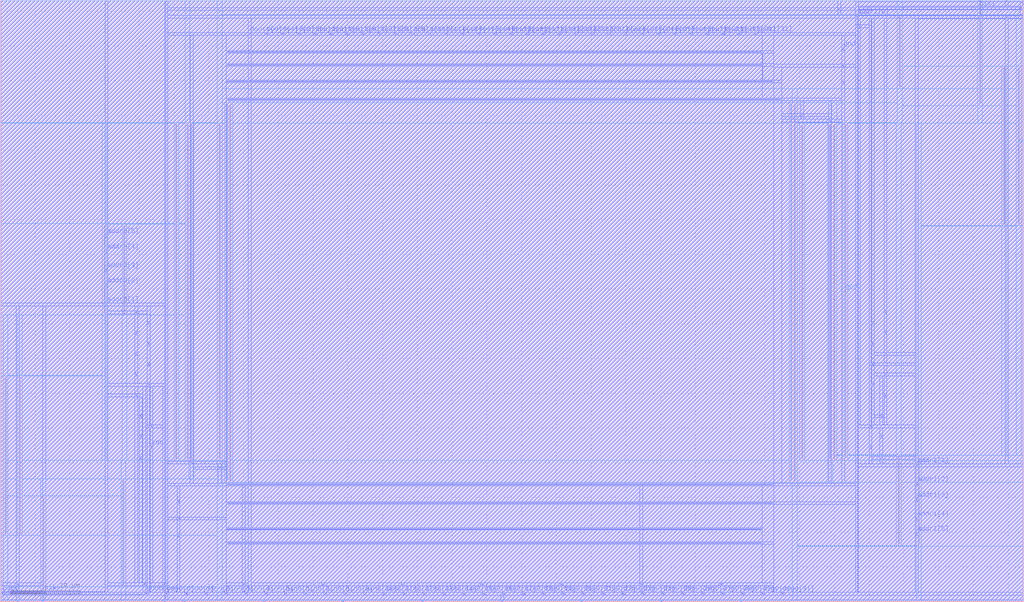
<source format=lef>
VERSION 5.4 ;
NAMESCASESENSITIVE ON ;
BUSBITCHARS "[]" ;
DIVIDERCHAR "/" ;
UNITS
  DATABASE MICRONS 2000 ;
END UNITS
MACRO freepdk45_sram_1w1r_64x32_32
   CLASS BLOCK ;
   SIZE 147.255 BY 86.67 ;
   SYMMETRY X Y R90 ;
   PIN din0[0]
      DIRECTION INPUT ;
      PORT
         LAYER metal3 ;
         RECT  23.8 1.1075 23.935 1.2425 ;
      END
   END din0[0]
   PIN din0[1]
      DIRECTION INPUT ;
      PORT
         LAYER metal3 ;
         RECT  26.66 1.1075 26.795 1.2425 ;
      END
   END din0[1]
   PIN din0[2]
      DIRECTION INPUT ;
      PORT
         LAYER metal3 ;
         RECT  29.52 1.1075 29.655 1.2425 ;
      END
   END din0[2]
   PIN din0[3]
      DIRECTION INPUT ;
      PORT
         LAYER metal3 ;
         RECT  32.38 1.1075 32.515 1.2425 ;
      END
   END din0[3]
   PIN din0[4]
      DIRECTION INPUT ;
      PORT
         LAYER metal3 ;
         RECT  35.24 1.1075 35.375 1.2425 ;
      END
   END din0[4]
   PIN din0[5]
      DIRECTION INPUT ;
      PORT
         LAYER metal3 ;
         RECT  38.1 1.1075 38.235 1.2425 ;
      END
   END din0[5]
   PIN din0[6]
      DIRECTION INPUT ;
      PORT
         LAYER metal3 ;
         RECT  40.96 1.1075 41.095 1.2425 ;
      END
   END din0[6]
   PIN din0[7]
      DIRECTION INPUT ;
      PORT
         LAYER metal3 ;
         RECT  43.82 1.1075 43.955 1.2425 ;
      END
   END din0[7]
   PIN din0[8]
      DIRECTION INPUT ;
      PORT
         LAYER metal3 ;
         RECT  46.68 1.1075 46.815 1.2425 ;
      END
   END din0[8]
   PIN din0[9]
      DIRECTION INPUT ;
      PORT
         LAYER metal3 ;
         RECT  49.54 1.1075 49.675 1.2425 ;
      END
   END din0[9]
   PIN din0[10]
      DIRECTION INPUT ;
      PORT
         LAYER metal3 ;
         RECT  52.4 1.1075 52.535 1.2425 ;
      END
   END din0[10]
   PIN din0[11]
      DIRECTION INPUT ;
      PORT
         LAYER metal3 ;
         RECT  55.26 1.1075 55.395 1.2425 ;
      END
   END din0[11]
   PIN din0[12]
      DIRECTION INPUT ;
      PORT
         LAYER metal3 ;
         RECT  58.12 1.1075 58.255 1.2425 ;
      END
   END din0[12]
   PIN din0[13]
      DIRECTION INPUT ;
      PORT
         LAYER metal3 ;
         RECT  60.98 1.1075 61.115 1.2425 ;
      END
   END din0[13]
   PIN din0[14]
      DIRECTION INPUT ;
      PORT
         LAYER metal3 ;
         RECT  63.84 1.1075 63.975 1.2425 ;
      END
   END din0[14]
   PIN din0[15]
      DIRECTION INPUT ;
      PORT
         LAYER metal3 ;
         RECT  66.7 1.1075 66.835 1.2425 ;
      END
   END din0[15]
   PIN din0[16]
      DIRECTION INPUT ;
      PORT
         LAYER metal3 ;
         RECT  69.56 1.1075 69.695 1.2425 ;
      END
   END din0[16]
   PIN din0[17]
      DIRECTION INPUT ;
      PORT
         LAYER metal3 ;
         RECT  72.42 1.1075 72.555 1.2425 ;
      END
   END din0[17]
   PIN din0[18]
      DIRECTION INPUT ;
      PORT
         LAYER metal3 ;
         RECT  75.28 1.1075 75.415 1.2425 ;
      END
   END din0[18]
   PIN din0[19]
      DIRECTION INPUT ;
      PORT
         LAYER metal3 ;
         RECT  78.14 1.1075 78.275 1.2425 ;
      END
   END din0[19]
   PIN din0[20]
      DIRECTION INPUT ;
      PORT
         LAYER metal3 ;
         RECT  81.0 1.1075 81.135 1.2425 ;
      END
   END din0[20]
   PIN din0[21]
      DIRECTION INPUT ;
      PORT
         LAYER metal3 ;
         RECT  83.86 1.1075 83.995 1.2425 ;
      END
   END din0[21]
   PIN din0[22]
      DIRECTION INPUT ;
      PORT
         LAYER metal3 ;
         RECT  86.72 1.1075 86.855 1.2425 ;
      END
   END din0[22]
   PIN din0[23]
      DIRECTION INPUT ;
      PORT
         LAYER metal3 ;
         RECT  89.58 1.1075 89.715 1.2425 ;
      END
   END din0[23]
   PIN din0[24]
      DIRECTION INPUT ;
      PORT
         LAYER metal3 ;
         RECT  92.44 1.1075 92.575 1.2425 ;
      END
   END din0[24]
   PIN din0[25]
      DIRECTION INPUT ;
      PORT
         LAYER metal3 ;
         RECT  95.3 1.1075 95.435 1.2425 ;
      END
   END din0[25]
   PIN din0[26]
      DIRECTION INPUT ;
      PORT
         LAYER metal3 ;
         RECT  98.16 1.1075 98.295 1.2425 ;
      END
   END din0[26]
   PIN din0[27]
      DIRECTION INPUT ;
      PORT
         LAYER metal3 ;
         RECT  101.02 1.1075 101.155 1.2425 ;
      END
   END din0[27]
   PIN din0[28]
      DIRECTION INPUT ;
      PORT
         LAYER metal3 ;
         RECT  103.88 1.1075 104.015 1.2425 ;
      END
   END din0[28]
   PIN din0[29]
      DIRECTION INPUT ;
      PORT
         LAYER metal3 ;
         RECT  106.74 1.1075 106.875 1.2425 ;
      END
   END din0[29]
   PIN din0[30]
      DIRECTION INPUT ;
      PORT
         LAYER metal3 ;
         RECT  109.6 1.1075 109.735 1.2425 ;
      END
   END din0[30]
   PIN din0[31]
      DIRECTION INPUT ;
      PORT
         LAYER metal3 ;
         RECT  112.46 1.1075 112.595 1.2425 ;
      END
   END din0[31]
   PIN addr0[0]
      DIRECTION INPUT ;
      PORT
         LAYER metal3 ;
         RECT  20.94 1.1075 21.075 1.2425 ;
      END
   END addr0[0]
   PIN addr0[1]
      DIRECTION INPUT ;
      PORT
         LAYER metal3 ;
         RECT  15.22 42.7075 15.355 42.8425 ;
      END
   END addr0[1]
   PIN addr0[2]
      DIRECTION INPUT ;
      PORT
         LAYER metal3 ;
         RECT  15.22 45.4375 15.355 45.5725 ;
      END
   END addr0[2]
   PIN addr0[3]
      DIRECTION INPUT ;
      PORT
         LAYER metal3 ;
         RECT  15.22 47.6475 15.355 47.7825 ;
      END
   END addr0[3]
   PIN addr0[4]
      DIRECTION INPUT ;
      PORT
         LAYER metal3 ;
         RECT  15.22 50.3775 15.355 50.5125 ;
      END
   END addr0[4]
   PIN addr0[5]
      DIRECTION INPUT ;
      PORT
         LAYER metal3 ;
         RECT  15.22 52.5875 15.355 52.7225 ;
      END
   END addr0[5]
   PIN addr1[0]
      DIRECTION INPUT ;
      PORT
         LAYER metal3 ;
         RECT  123.18 84.1625 123.315 84.2975 ;
      END
   END addr1[0]
   PIN addr1[1]
      DIRECTION INPUT ;
      PORT
         LAYER metal3 ;
         RECT  131.76 19.5675 131.895 19.7025 ;
      END
   END addr1[1]
   PIN addr1[2]
      DIRECTION INPUT ;
      PORT
         LAYER metal3 ;
         RECT  131.76 16.8375 131.895 16.9725 ;
      END
   END addr1[2]
   PIN addr1[3]
      DIRECTION INPUT ;
      PORT
         LAYER metal3 ;
         RECT  131.76 14.6275 131.895 14.7625 ;
      END
   END addr1[3]
   PIN addr1[4]
      DIRECTION INPUT ;
      PORT
         LAYER metal3 ;
         RECT  131.76 11.8975 131.895 12.0325 ;
      END
   END addr1[4]
   PIN addr1[5]
      DIRECTION INPUT ;
      PORT
         LAYER metal3 ;
         RECT  131.76 9.6875 131.895 9.8225 ;
      END
   END addr1[5]
   PIN csb0
      DIRECTION INPUT ;
      PORT
         LAYER metal3 ;
         RECT  0.285 1.1075 0.42 1.2425 ;
      END
   END csb0
   PIN csb1
      DIRECTION INPUT ;
      PORT
         LAYER metal3 ;
         RECT  146.835 85.4275 146.97 85.5625 ;
      END
   END csb1
   PIN clk0
      DIRECTION INPUT ;
      PORT
         LAYER metal3 ;
         RECT  6.2475 1.1925 6.3825 1.3275 ;
      END
   END clk0
   PIN clk1
      DIRECTION INPUT ;
      PORT
         LAYER metal3 ;
         RECT  140.7325 85.3425 140.8675 85.4775 ;
      END
   END clk1
   PIN dout1[0]
      DIRECTION OUTPUT ;
      PORT
         LAYER metal3 ;
         RECT  35.8275 81.675 35.9625 81.81 ;
      END
   END dout1[0]
   PIN dout1[1]
      DIRECTION OUTPUT ;
      PORT
         LAYER metal3 ;
         RECT  38.1775 81.675 38.3125 81.81 ;
      END
   END dout1[1]
   PIN dout1[2]
      DIRECTION OUTPUT ;
      PORT
         LAYER metal3 ;
         RECT  40.5275 81.675 40.6625 81.81 ;
      END
   END dout1[2]
   PIN dout1[3]
      DIRECTION OUTPUT ;
      PORT
         LAYER metal3 ;
         RECT  42.8775 81.675 43.0125 81.81 ;
      END
   END dout1[3]
   PIN dout1[4]
      DIRECTION OUTPUT ;
      PORT
         LAYER metal3 ;
         RECT  45.2275 81.675 45.3625 81.81 ;
      END
   END dout1[4]
   PIN dout1[5]
      DIRECTION OUTPUT ;
      PORT
         LAYER metal3 ;
         RECT  47.5775 81.675 47.7125 81.81 ;
      END
   END dout1[5]
   PIN dout1[6]
      DIRECTION OUTPUT ;
      PORT
         LAYER metal3 ;
         RECT  49.9275 81.675 50.0625 81.81 ;
      END
   END dout1[6]
   PIN dout1[7]
      DIRECTION OUTPUT ;
      PORT
         LAYER metal3 ;
         RECT  52.2775 81.675 52.4125 81.81 ;
      END
   END dout1[7]
   PIN dout1[8]
      DIRECTION OUTPUT ;
      PORT
         LAYER metal3 ;
         RECT  54.6275 81.675 54.7625 81.81 ;
      END
   END dout1[8]
   PIN dout1[9]
      DIRECTION OUTPUT ;
      PORT
         LAYER metal3 ;
         RECT  56.9775 81.675 57.1125 81.81 ;
      END
   END dout1[9]
   PIN dout1[10]
      DIRECTION OUTPUT ;
      PORT
         LAYER metal3 ;
         RECT  59.3275 81.675 59.4625 81.81 ;
      END
   END dout1[10]
   PIN dout1[11]
      DIRECTION OUTPUT ;
      PORT
         LAYER metal3 ;
         RECT  61.6775 81.675 61.8125 81.81 ;
      END
   END dout1[11]
   PIN dout1[12]
      DIRECTION OUTPUT ;
      PORT
         LAYER metal3 ;
         RECT  64.0275 81.675 64.1625 81.81 ;
      END
   END dout1[12]
   PIN dout1[13]
      DIRECTION OUTPUT ;
      PORT
         LAYER metal3 ;
         RECT  66.3775 81.675 66.5125 81.81 ;
      END
   END dout1[13]
   PIN dout1[14]
      DIRECTION OUTPUT ;
      PORT
         LAYER metal3 ;
         RECT  68.7275 81.675 68.8625 81.81 ;
      END
   END dout1[14]
   PIN dout1[15]
      DIRECTION OUTPUT ;
      PORT
         LAYER metal3 ;
         RECT  71.0775 81.675 71.2125 81.81 ;
      END
   END dout1[15]
   PIN dout1[16]
      DIRECTION OUTPUT ;
      PORT
         LAYER metal3 ;
         RECT  73.4275 81.675 73.5625 81.81 ;
      END
   END dout1[16]
   PIN dout1[17]
      DIRECTION OUTPUT ;
      PORT
         LAYER metal3 ;
         RECT  75.7775 81.675 75.9125 81.81 ;
      END
   END dout1[17]
   PIN dout1[18]
      DIRECTION OUTPUT ;
      PORT
         LAYER metal3 ;
         RECT  78.1275 81.675 78.2625 81.81 ;
      END
   END dout1[18]
   PIN dout1[19]
      DIRECTION OUTPUT ;
      PORT
         LAYER metal3 ;
         RECT  80.4775 81.675 80.6125 81.81 ;
      END
   END dout1[19]
   PIN dout1[20]
      DIRECTION OUTPUT ;
      PORT
         LAYER metal3 ;
         RECT  82.8275 81.675 82.9625 81.81 ;
      END
   END dout1[20]
   PIN dout1[21]
      DIRECTION OUTPUT ;
      PORT
         LAYER metal3 ;
         RECT  85.1775 81.675 85.3125 81.81 ;
      END
   END dout1[21]
   PIN dout1[22]
      DIRECTION OUTPUT ;
      PORT
         LAYER metal3 ;
         RECT  87.5275 81.675 87.6625 81.81 ;
      END
   END dout1[22]
   PIN dout1[23]
      DIRECTION OUTPUT ;
      PORT
         LAYER metal3 ;
         RECT  89.8775 81.675 90.0125 81.81 ;
      END
   END dout1[23]
   PIN dout1[24]
      DIRECTION OUTPUT ;
      PORT
         LAYER metal3 ;
         RECT  92.2275 81.675 92.3625 81.81 ;
      END
   END dout1[24]
   PIN dout1[25]
      DIRECTION OUTPUT ;
      PORT
         LAYER metal3 ;
         RECT  94.5775 81.675 94.7125 81.81 ;
      END
   END dout1[25]
   PIN dout1[26]
      DIRECTION OUTPUT ;
      PORT
         LAYER metal3 ;
         RECT  96.9275 81.675 97.0625 81.81 ;
      END
   END dout1[26]
   PIN dout1[27]
      DIRECTION OUTPUT ;
      PORT
         LAYER metal3 ;
         RECT  99.2775 81.675 99.4125 81.81 ;
      END
   END dout1[27]
   PIN dout1[28]
      DIRECTION OUTPUT ;
      PORT
         LAYER metal3 ;
         RECT  101.6275 81.675 101.7625 81.81 ;
      END
   END dout1[28]
   PIN dout1[29]
      DIRECTION OUTPUT ;
      PORT
         LAYER metal3 ;
         RECT  103.9775 81.675 104.1125 81.81 ;
      END
   END dout1[29]
   PIN dout1[30]
      DIRECTION OUTPUT ;
      PORT
         LAYER metal3 ;
         RECT  106.3275 81.675 106.4625 81.81 ;
      END
   END dout1[30]
   PIN dout1[31]
      DIRECTION OUTPUT ;
      PORT
         LAYER metal3 ;
         RECT  108.6775 81.675 108.8125 81.81 ;
      END
   END dout1[31]
   PIN vdd
      DIRECTION INOUT ;
      USE POWER ; 
      SHAPE ABUTMENT ; 
      PORT
         LAYER metal4 ;
         RECT  31.495 20.67 31.635 68.65 ;
         LAYER metal4 ;
         RECT  26.87 20.67 27.01 68.72 ;
         LAYER metal3 ;
         RECT  32.6425 16.805 111.1275 16.875 ;
         LAYER metal3 ;
         RECT  125.1225 25.1575 125.2575 25.2925 ;
         LAYER metal3 ;
         RECT  121.205 77.0975 121.34 77.2325 ;
         LAYER metal3 ;
         RECT  125.4675 34.1275 125.6025 34.2625 ;
         LAYER metal4 ;
         RECT  129.32 74.18 129.46 84.2 ;
         LAYER metal4 ;
         RECT  14.935 41.6 15.075 54.155 ;
         LAYER metal3 ;
         RECT  92.1575 2.4725 92.2925 2.6075 ;
         LAYER metal4 ;
         RECT  114.205 17.5 114.345 71.57 ;
         LAYER metal4 ;
         RECT  115.285 20.67 115.425 68.65 ;
         LAYER metal3 ;
         RECT  103.5975 2.4725 103.7325 2.6075 ;
         LAYER metal3 ;
         RECT  125.1225 22.1675 125.2575 22.3025 ;
         LAYER metal4 ;
         RECT  0.6875 9.8475 0.8275 32.25 ;
         LAYER metal3 ;
         RECT  144.695 84.0625 144.83 84.1975 ;
         LAYER metal3 ;
         RECT  46.3975 2.4725 46.5325 2.6075 ;
         LAYER metal3 ;
         RECT  125.4675 40.1075 125.6025 40.2425 ;
         LAYER metal3 ;
         RECT  123.4625 82.7975 123.5975 82.9325 ;
         LAYER metal3 ;
         RECT  125.4675 37.1175 125.6025 37.2525 ;
         LAYER metal3 ;
         RECT  57.8375 2.4725 57.9725 2.6075 ;
         LAYER metal3 ;
         RECT  21.3175 31.1375 21.4525 31.2725 ;
         LAYER metal3 ;
         RECT  125.4675 31.1375 125.6025 31.2725 ;
         LAYER metal3 ;
         RECT  21.3175 37.1175 21.4525 37.2525 ;
         LAYER metal3 ;
         RECT  32.6425 72.265 112.3025 72.335 ;
         LAYER metal3 ;
         RECT  23.5175 2.4725 23.6525 2.6075 ;
         LAYER metal3 ;
         RECT  34.9575 2.4725 35.0925 2.6075 ;
         LAYER metal3 ;
         RECT  21.3175 40.1075 21.4525 40.2425 ;
         LAYER metal4 ;
         RECT  119.91 20.67 120.05 68.72 ;
         LAYER metal3 ;
         RECT  27.49 19.965 27.625 20.1 ;
         LAYER metal4 ;
         RECT  17.655 2.47 17.795 17.43 ;
         LAYER metal3 ;
         RECT  21.6625 25.1575 21.7975 25.2925 ;
         LAYER metal3 ;
         RECT  32.6425 79.1175 109.4825 79.1875 ;
         LAYER metal3 ;
         RECT  25.58 11.9075 25.715 12.0425 ;
         LAYER metal3 ;
         RECT  69.2775 2.4725 69.4125 2.6075 ;
         LAYER metal3 ;
         RECT  20.6575 2.4725 20.7925 2.6075 ;
         LAYER metal4 ;
         RECT  32.575 17.5 32.715 71.57 ;
         LAYER metal3 ;
         RECT  32.6425 8.415 109.4825 8.485 ;
         LAYER metal3 ;
         RECT  119.295 69.22 119.43 69.355 ;
         LAYER metal4 ;
         RECT  132.04 8.255 132.18 20.81 ;
         LAYER metal3 ;
         RECT  21.3175 34.1275 21.4525 34.2625 ;
         LAYER metal3 ;
         RECT  115.2875 70.0075 115.4225 70.1425 ;
         LAYER metal4 ;
         RECT  146.4275 54.42 146.5675 76.8225 ;
         LAYER metal3 ;
         RECT  31.4975 19.1775 31.6325 19.3125 ;
         LAYER metal3 ;
         RECT  80.7175 2.4725 80.8525 2.6075 ;
         LAYER metal3 ;
         RECT  2.425 2.4725 2.56 2.6075 ;
         LAYER metal3 ;
         RECT  21.6625 22.1675 21.7975 22.3025 ;
      END
   END vdd
   PIN gnd
      DIRECTION INOUT ;
      USE GROUND ; 
      SHAPE ABUTMENT ; 
      PORT
         LAYER metal3 ;
         RECT  121.205 74.6275 121.34 74.7625 ;
         LAYER metal4 ;
         RECT  119.35 20.6375 119.49 68.6825 ;
         LAYER metal3 ;
         RECT  2.425 0.0025 2.56 0.1375 ;
         LAYER metal4 ;
         RECT  6.105 0.0 6.245 14.96 ;
         LAYER metal3 ;
         RECT  72.1375 0.0025 72.2725 0.1375 ;
         LAYER metal3 ;
         RECT  25.58 9.4375 25.715 9.5725 ;
         LAYER metal3 ;
         RECT  25.58 14.3775 25.715 14.5125 ;
         LAYER metal4 ;
         RECT  17.795 41.535 17.935 54.09 ;
         LAYER metal4 ;
         RECT  27.43 20.6375 27.57 68.6825 ;
         LAYER metal3 ;
         RECT  83.5775 0.0025 83.7125 0.1375 ;
         LAYER metal3 ;
         RECT  37.8175 0.0025 37.9525 0.1375 ;
         LAYER metal3 ;
         RECT  144.695 86.5325 144.83 86.6675 ;
         LAYER metal3 ;
         RECT  19.51 41.6025 19.645 41.7375 ;
         LAYER metal3 ;
         RECT  127.275 35.6225 127.41 35.7575 ;
         LAYER metal3 ;
         RECT  19.51 29.6425 19.645 29.7775 ;
         LAYER metal3 ;
         RECT  20.135 26.6525 20.27 26.7875 ;
         LAYER metal3 ;
         RECT  49.2575 0.0025 49.3925 0.1375 ;
         LAYER metal3 ;
         RECT  127.275 32.6325 127.41 32.7675 ;
         LAYER metal4 ;
         RECT  33.035 17.5 33.175 71.57 ;
         LAYER metal3 ;
         RECT  20.135 23.6625 20.27 23.7975 ;
         LAYER metal3 ;
         RECT  126.65 20.6725 126.785 20.8075 ;
         LAYER metal3 ;
         RECT  127.275 38.6125 127.41 38.7475 ;
         LAYER metal4 ;
         RECT  2.75 9.88 2.89 32.2825 ;
         LAYER metal3 ;
         RECT  19.51 35.6225 19.645 35.7575 ;
         LAYER metal4 ;
         RECT  113.745 17.5 113.885 71.57 ;
         LAYER metal3 ;
         RECT  26.3775 0.0025 26.5125 0.1375 ;
         LAYER metal3 ;
         RECT  32.6425 74.885 111.16 74.955 ;
         LAYER metal3 ;
         RECT  19.51 38.6125 19.645 38.7475 ;
         LAYER metal4 ;
         RECT  129.18 8.32 129.32 20.875 ;
         LAYER metal3 ;
         RECT  32.6425 10.465 109.4825 10.535 ;
         LAYER metal4 ;
         RECT  25.28 20.6375 25.42 68.72 ;
         LAYER metal3 ;
         RECT  32.6425 14.185 111.16 14.255 ;
         LAYER metal3 ;
         RECT  19.51 32.6325 19.645 32.7675 ;
         LAYER metal3 ;
         RECT  95.0175 0.0025 95.1525 0.1375 ;
         LAYER metal4 ;
         RECT  140.87 71.71 141.01 86.67 ;
         LAYER metal3 ;
         RECT  106.4575 0.0025 106.5925 0.1375 ;
         LAYER metal3 ;
         RECT  120.6025 85.2675 120.7375 85.4025 ;
         LAYER metal3 ;
         RECT  126.65 26.6525 126.785 26.7875 ;
         LAYER metal3 ;
         RECT  126.65 23.6625 126.785 23.7975 ;
         LAYER metal4 ;
         RECT  144.365 54.3875 144.505 76.79 ;
         LAYER metal3 ;
         RECT  23.5175 0.0025 23.6525 0.1375 ;
         LAYER metal3 ;
         RECT  60.6975 0.0025 60.8325 0.1375 ;
         LAYER metal3 ;
         RECT  127.275 41.6025 127.41 41.7375 ;
         LAYER metal3 ;
         RECT  20.135 20.6725 20.27 20.8075 ;
         LAYER metal3 ;
         RECT  127.275 29.6425 127.41 29.7775 ;
         LAYER metal3 ;
         RECT  32.6425 77.225 109.5175 77.295 ;
         LAYER metal3 ;
         RECT  121.205 79.5675 121.34 79.7025 ;
         LAYER metal4 ;
         RECT  121.5 20.6375 121.64 68.72 ;
      END
   END gnd
   OBS
   LAYER  metal1 ;
      RECT  0.14 0.14 147.115 86.53 ;
   LAYER  metal2 ;
      RECT  0.14 0.14 147.115 86.53 ;
   LAYER  metal3 ;
      RECT  24.075 0.9675 26.52 1.3825 ;
      RECT  26.935 0.9675 29.38 1.3825 ;
      RECT  29.795 0.9675 32.24 1.3825 ;
      RECT  32.655 0.9675 35.1 1.3825 ;
      RECT  35.515 0.9675 37.96 1.3825 ;
      RECT  38.375 0.9675 40.82 1.3825 ;
      RECT  41.235 0.9675 43.68 1.3825 ;
      RECT  44.095 0.9675 46.54 1.3825 ;
      RECT  46.955 0.9675 49.4 1.3825 ;
      RECT  49.815 0.9675 52.26 1.3825 ;
      RECT  52.675 0.9675 55.12 1.3825 ;
      RECT  55.535 0.9675 57.98 1.3825 ;
      RECT  58.395 0.9675 60.84 1.3825 ;
      RECT  61.255 0.9675 63.7 1.3825 ;
      RECT  64.115 0.9675 66.56 1.3825 ;
      RECT  66.975 0.9675 69.42 1.3825 ;
      RECT  69.835 0.9675 72.28 1.3825 ;
      RECT  72.695 0.9675 75.14 1.3825 ;
      RECT  75.555 0.9675 78.0 1.3825 ;
      RECT  78.415 0.9675 80.86 1.3825 ;
      RECT  81.275 0.9675 83.72 1.3825 ;
      RECT  84.135 0.9675 86.58 1.3825 ;
      RECT  86.995 0.9675 89.44 1.3825 ;
      RECT  89.855 0.9675 92.3 1.3825 ;
      RECT  92.715 0.9675 95.16 1.3825 ;
      RECT  95.575 0.9675 98.02 1.3825 ;
      RECT  98.435 0.9675 100.88 1.3825 ;
      RECT  101.295 0.9675 103.74 1.3825 ;
      RECT  104.155 0.9675 106.6 1.3825 ;
      RECT  107.015 0.9675 109.46 1.3825 ;
      RECT  109.875 0.9675 112.32 1.3825 ;
      RECT  112.735 0.9675 147.115 1.3825 ;
      RECT  21.215 0.9675 23.66 1.3825 ;
      RECT  0.14 42.5675 15.08 42.9825 ;
      RECT  0.14 42.9825 15.08 86.53 ;
      RECT  15.08 1.3825 15.495 42.5675 ;
      RECT  15.495 42.5675 23.66 42.9825 ;
      RECT  15.495 42.9825 23.66 86.53 ;
      RECT  15.08 42.9825 15.495 45.2975 ;
      RECT  15.08 45.7125 15.495 47.5075 ;
      RECT  15.08 47.9225 15.495 50.2375 ;
      RECT  15.08 50.6525 15.495 52.4475 ;
      RECT  15.08 52.8625 15.495 86.53 ;
      RECT  24.075 84.0225 123.04 84.4375 ;
      RECT  123.04 84.4375 123.455 86.53 ;
      RECT  123.455 1.3825 131.62 19.4275 ;
      RECT  123.455 19.4275 131.62 19.8425 ;
      RECT  131.62 19.8425 132.035 84.0225 ;
      RECT  132.035 1.3825 147.115 19.4275 ;
      RECT  132.035 19.4275 147.115 19.8425 ;
      RECT  131.62 17.1125 132.035 19.4275 ;
      RECT  131.62 14.9025 132.035 16.6975 ;
      RECT  131.62 12.1725 132.035 14.4875 ;
      RECT  131.62 1.3825 132.035 9.5475 ;
      RECT  131.62 9.9625 132.035 11.7575 ;
      RECT  0.14 0.9675 0.145 1.3825 ;
      RECT  146.695 84.4375 147.11 85.2875 ;
      RECT  146.695 85.7025 147.11 86.53 ;
      RECT  147.11 84.4375 147.115 85.2875 ;
      RECT  147.11 85.2875 147.115 85.7025 ;
      RECT  147.11 85.7025 147.115 86.53 ;
      RECT  0.14 1.3825 6.1075 1.4675 ;
      RECT  6.1075 1.4675 6.5225 42.5675 ;
      RECT  6.5225 1.3825 15.08 1.4675 ;
      RECT  6.5225 1.4675 15.08 42.5675 ;
      RECT  0.56 0.9675 6.1075 1.0525 ;
      RECT  0.56 1.0525 6.1075 1.3825 ;
      RECT  6.1075 0.9675 6.5225 1.0525 ;
      RECT  6.5225 0.9675 20.8 1.0525 ;
      RECT  6.5225 1.0525 20.8 1.3825 ;
      RECT  123.455 84.4375 140.5925 85.2025 ;
      RECT  123.455 85.2025 140.5925 85.2875 ;
      RECT  140.5925 84.4375 141.0075 85.2025 ;
      RECT  141.0075 84.4375 146.695 85.2025 ;
      RECT  141.0075 85.2025 146.695 85.2875 ;
      RECT  123.455 85.2875 140.5925 85.6175 ;
      RECT  123.455 85.6175 140.5925 85.7025 ;
      RECT  140.5925 85.6175 141.0075 85.7025 ;
      RECT  141.0075 85.2875 146.695 85.6175 ;
      RECT  141.0075 85.6175 146.695 85.7025 ;
      RECT  24.075 81.535 35.6875 81.95 ;
      RECT  24.075 81.95 35.6875 84.0225 ;
      RECT  35.6875 81.95 36.1025 84.0225 ;
      RECT  36.1025 81.95 123.04 84.0225 ;
      RECT  36.1025 81.535 38.0375 81.95 ;
      RECT  38.4525 81.535 40.3875 81.95 ;
      RECT  40.8025 81.535 42.7375 81.95 ;
      RECT  43.1525 81.535 45.0875 81.95 ;
      RECT  45.5025 81.535 47.4375 81.95 ;
      RECT  47.8525 81.535 49.7875 81.95 ;
      RECT  50.2025 81.535 52.1375 81.95 ;
      RECT  52.5525 81.535 54.4875 81.95 ;
      RECT  54.9025 81.535 56.8375 81.95 ;
      RECT  57.2525 81.535 59.1875 81.95 ;
      RECT  59.6025 81.535 61.5375 81.95 ;
      RECT  61.9525 81.535 63.8875 81.95 ;
      RECT  64.3025 81.535 66.2375 81.95 ;
      RECT  66.6525 81.535 68.5875 81.95 ;
      RECT  69.0025 81.535 70.9375 81.95 ;
      RECT  71.3525 81.535 73.2875 81.95 ;
      RECT  73.7025 81.535 75.6375 81.95 ;
      RECT  76.0525 81.535 77.9875 81.95 ;
      RECT  78.4025 81.535 80.3375 81.95 ;
      RECT  80.7525 81.535 82.6875 81.95 ;
      RECT  83.1025 81.535 85.0375 81.95 ;
      RECT  85.4525 81.535 87.3875 81.95 ;
      RECT  87.8025 81.535 89.7375 81.95 ;
      RECT  90.1525 81.535 92.0875 81.95 ;
      RECT  92.5025 81.535 94.4375 81.95 ;
      RECT  94.8525 81.535 96.7875 81.95 ;
      RECT  97.2025 81.535 99.1375 81.95 ;
      RECT  99.5525 81.535 101.4875 81.95 ;
      RECT  101.9025 81.535 103.8375 81.95 ;
      RECT  104.2525 81.535 106.1875 81.95 ;
      RECT  106.6025 81.535 108.5375 81.95 ;
      RECT  108.9525 81.535 123.04 81.95 ;
      RECT  24.075 16.665 32.5025 17.015 ;
      RECT  111.2675 16.665 123.04 17.015 ;
      RECT  123.455 19.8425 124.9825 25.0175 ;
      RECT  123.455 25.0175 124.9825 25.4325 ;
      RECT  125.3975 25.0175 131.62 25.4325 ;
      RECT  111.2675 76.9575 121.065 77.3725 ;
      RECT  111.2675 77.3725 121.065 81.535 ;
      RECT  121.48 17.015 123.04 76.9575 ;
      RECT  121.48 76.9575 123.04 77.3725 ;
      RECT  121.48 77.3725 123.04 81.535 ;
      RECT  124.9825 25.4325 125.3275 33.9875 ;
      RECT  124.9825 33.9875 125.3275 34.4025 ;
      RECT  124.9825 34.4025 125.3275 84.0225 ;
      RECT  125.7425 33.9875 131.62 34.4025 ;
      RECT  36.1025 1.3825 92.0175 2.3325 ;
      RECT  92.0175 1.3825 92.4325 2.3325 ;
      RECT  92.4325 1.3825 111.2675 2.3325 ;
      RECT  92.4325 2.3325 103.4575 2.7475 ;
      RECT  103.8725 2.3325 111.2675 2.7475 ;
      RECT  124.9825 19.8425 125.3975 22.0275 ;
      RECT  124.9825 22.4425 125.3975 25.0175 ;
      RECT  123.455 84.0225 144.555 84.3375 ;
      RECT  123.455 84.3375 144.555 84.4375 ;
      RECT  144.555 84.3375 144.97 84.4375 ;
      RECT  144.97 84.0225 147.115 84.3375 ;
      RECT  144.97 84.3375 147.115 84.4375 ;
      RECT  132.035 19.8425 144.555 83.9225 ;
      RECT  132.035 83.9225 144.555 84.0225 ;
      RECT  144.555 19.8425 144.97 83.9225 ;
      RECT  144.97 19.8425 147.115 83.9225 ;
      RECT  144.97 83.9225 147.115 84.0225 ;
      RECT  36.1025 2.3325 46.2575 2.7475 ;
      RECT  125.3275 40.3825 125.3975 84.0225 ;
      RECT  125.3975 40.3825 125.7425 84.0225 ;
      RECT  123.04 1.3825 123.3225 82.6575 ;
      RECT  123.04 82.6575 123.3225 83.0725 ;
      RECT  123.04 83.0725 123.3225 84.0225 ;
      RECT  123.3225 1.3825 123.455 82.6575 ;
      RECT  123.3225 83.0725 123.455 84.0225 ;
      RECT  123.455 25.4325 123.7375 82.6575 ;
      RECT  123.455 83.0725 123.7375 84.0225 ;
      RECT  123.7375 25.4325 124.9825 82.6575 ;
      RECT  123.7375 82.6575 124.9825 83.0725 ;
      RECT  123.7375 83.0725 124.9825 84.0225 ;
      RECT  125.3275 34.4025 125.3975 36.9775 ;
      RECT  125.3275 37.3925 125.3975 39.9675 ;
      RECT  125.3975 34.4025 125.7425 36.9775 ;
      RECT  125.3975 37.3925 125.7425 39.9675 ;
      RECT  46.6725 2.3325 57.6975 2.7475 ;
      RECT  15.495 30.9975 21.1775 31.4125 ;
      RECT  21.5925 30.9975 23.66 31.4125 ;
      RECT  21.5925 31.4125 23.66 42.5675 ;
      RECT  125.3275 25.4325 125.3975 30.9975 ;
      RECT  125.3275 31.4125 125.3975 33.9875 ;
      RECT  125.3975 25.4325 125.7425 30.9975 ;
      RECT  125.3975 31.4125 125.7425 33.9875 ;
      RECT  32.5025 17.015 35.6875 72.125 ;
      RECT  35.6875 17.015 36.1025 72.125 ;
      RECT  36.1025 17.015 111.2675 72.125 ;
      RECT  111.2675 17.015 112.4425 72.125 ;
      RECT  112.4425 72.125 121.065 72.475 ;
      RECT  112.4425 72.475 121.065 76.9575 ;
      RECT  23.66 1.3825 23.7925 2.3325 ;
      RECT  23.66 2.7475 23.7925 86.53 ;
      RECT  23.7925 1.3825 24.075 2.3325 ;
      RECT  23.7925 2.3325 24.075 2.7475 ;
      RECT  23.7925 2.7475 24.075 86.53 ;
      RECT  21.5925 1.3825 23.3775 2.3325 ;
      RECT  21.5925 2.3325 23.3775 2.7475 ;
      RECT  23.3775 1.3825 23.66 2.3325 ;
      RECT  23.3775 2.7475 23.66 30.9975 ;
      RECT  32.5025 1.3825 34.8175 2.3325 ;
      RECT  32.5025 2.3325 34.8175 2.7475 ;
      RECT  34.8175 1.3825 35.2325 2.3325 ;
      RECT  35.2325 1.3825 35.6875 2.3325 ;
      RECT  35.2325 2.3325 35.6875 2.7475 ;
      RECT  21.1775 37.3925 21.5925 39.9675 ;
      RECT  21.1775 40.3825 21.5925 42.5675 ;
      RECT  24.075 17.015 27.35 19.825 ;
      RECT  24.075 19.825 27.35 20.24 ;
      RECT  24.075 20.24 27.35 81.535 ;
      RECT  27.35 17.015 27.765 19.825 ;
      RECT  27.35 20.24 27.765 81.535 ;
      RECT  27.765 19.825 32.5025 20.24 ;
      RECT  27.765 20.24 32.5025 81.535 ;
      RECT  21.1775 1.3825 21.5225 25.0175 ;
      RECT  21.1775 25.0175 21.5225 25.4325 ;
      RECT  21.1775 25.4325 21.5225 30.9975 ;
      RECT  21.5225 25.4325 21.5925 30.9975 ;
      RECT  21.5925 25.4325 21.9375 30.9975 ;
      RECT  21.9375 2.7475 23.3775 25.0175 ;
      RECT  21.9375 25.0175 23.3775 25.4325 ;
      RECT  21.9375 25.4325 23.3775 30.9975 ;
      RECT  32.5025 79.3275 35.6875 81.535 ;
      RECT  35.6875 79.3275 36.1025 81.535 ;
      RECT  36.1025 79.3275 109.6225 81.535 ;
      RECT  109.6225 78.9775 111.2675 79.3275 ;
      RECT  109.6225 79.3275 111.2675 81.535 ;
      RECT  24.075 1.3825 25.44 11.7675 ;
      RECT  24.075 11.7675 25.44 12.1825 ;
      RECT  24.075 12.1825 25.44 16.665 ;
      RECT  25.855 1.3825 32.5025 11.7675 ;
      RECT  25.855 11.7675 32.5025 12.1825 ;
      RECT  25.855 12.1825 32.5025 16.665 ;
      RECT  58.1125 2.3325 69.1375 2.7475 ;
      RECT  15.495 1.3825 20.5175 2.3325 ;
      RECT  15.495 2.3325 20.5175 2.7475 ;
      RECT  20.5175 1.3825 20.9325 2.3325 ;
      RECT  20.5175 2.7475 20.9325 30.9975 ;
      RECT  20.9325 1.3825 21.1775 2.3325 ;
      RECT  20.9325 2.3325 21.1775 2.7475 ;
      RECT  20.9325 2.7475 21.1775 30.9975 ;
      RECT  35.6875 1.3825 36.1025 8.275 ;
      RECT  36.1025 2.7475 92.0175 8.275 ;
      RECT  92.0175 2.7475 92.4325 8.275 ;
      RECT  92.4325 2.7475 109.6225 8.275 ;
      RECT  109.6225 2.7475 111.2675 8.275 ;
      RECT  109.6225 8.275 111.2675 8.625 ;
      RECT  32.5025 2.7475 34.8175 8.275 ;
      RECT  34.8175 2.7475 35.2325 8.275 ;
      RECT  35.2325 2.7475 35.6875 8.275 ;
      RECT  112.4425 17.015 119.155 69.08 ;
      RECT  112.4425 69.08 119.155 69.495 ;
      RECT  119.155 17.015 119.57 69.08 ;
      RECT  119.155 69.495 119.57 72.125 ;
      RECT  119.57 17.015 121.065 69.08 ;
      RECT  119.57 69.08 121.065 69.495 ;
      RECT  119.57 69.495 121.065 72.125 ;
      RECT  21.1775 31.4125 21.5925 33.9875 ;
      RECT  21.1775 34.4025 21.5925 36.9775 ;
      RECT  112.4425 69.495 115.1475 69.8675 ;
      RECT  112.4425 69.8675 115.1475 70.2825 ;
      RECT  112.4425 70.2825 115.1475 72.125 ;
      RECT  115.1475 69.495 115.5625 69.8675 ;
      RECT  115.1475 70.2825 115.5625 72.125 ;
      RECT  115.5625 69.495 119.155 69.8675 ;
      RECT  115.5625 69.8675 119.155 70.2825 ;
      RECT  115.5625 70.2825 119.155 72.125 ;
      RECT  27.765 17.015 31.3575 19.0375 ;
      RECT  27.765 19.0375 31.3575 19.4525 ;
      RECT  27.765 19.4525 31.3575 19.825 ;
      RECT  31.3575 17.015 31.7725 19.0375 ;
      RECT  31.3575 19.4525 31.7725 19.825 ;
      RECT  31.7725 17.015 32.5025 19.0375 ;
      RECT  31.7725 19.0375 32.5025 19.4525 ;
      RECT  31.7725 19.4525 32.5025 19.825 ;
      RECT  69.5525 2.3325 80.5775 2.7475 ;
      RECT  80.9925 2.3325 92.0175 2.7475 ;
      RECT  0.14 1.4675 2.285 2.3325 ;
      RECT  0.14 2.3325 2.285 2.7475 ;
      RECT  0.14 2.7475 2.285 42.5675 ;
      RECT  2.285 1.4675 2.7 2.3325 ;
      RECT  2.285 2.7475 2.7 42.5675 ;
      RECT  2.7 1.4675 6.1075 2.3325 ;
      RECT  2.7 2.3325 6.1075 2.7475 ;
      RECT  2.7 2.7475 6.1075 42.5675 ;
      RECT  21.5225 1.3825 21.5925 22.0275 ;
      RECT  21.5225 22.4425 21.5925 25.0175 ;
      RECT  21.5925 2.7475 21.9375 22.0275 ;
      RECT  21.5925 22.4425 21.9375 25.0175 ;
      RECT  121.065 17.015 121.48 74.4875 ;
      RECT  121.065 74.9025 121.48 76.9575 ;
      RECT  0.14 0.14 2.285 0.2775 ;
      RECT  0.14 0.2775 2.285 0.9675 ;
      RECT  2.285 0.2775 2.7 0.9675 ;
      RECT  2.7 0.2775 23.66 0.9675 ;
      RECT  24.075 0.2775 71.9975 0.9675 ;
      RECT  71.9975 0.2775 72.4125 0.9675 ;
      RECT  72.4125 0.2775 147.115 0.9675 ;
      RECT  25.44 1.3825 25.855 9.2975 ;
      RECT  25.44 9.7125 25.855 11.7675 ;
      RECT  25.44 12.1825 25.855 14.2375 ;
      RECT  25.44 14.6525 25.855 16.665 ;
      RECT  72.4125 0.14 83.4375 0.2775 ;
      RECT  123.455 85.7025 144.555 86.3925 ;
      RECT  123.455 86.3925 144.555 86.53 ;
      RECT  144.555 85.7025 144.97 86.3925 ;
      RECT  144.97 85.7025 146.695 86.3925 ;
      RECT  144.97 86.3925 146.695 86.53 ;
      RECT  15.495 31.4125 19.37 41.4625 ;
      RECT  15.495 41.4625 19.37 41.8775 ;
      RECT  15.495 41.8775 19.37 42.5675 ;
      RECT  19.37 41.8775 19.785 42.5675 ;
      RECT  19.785 31.4125 21.1775 41.4625 ;
      RECT  19.785 41.4625 21.1775 41.8775 ;
      RECT  19.785 41.8775 21.1775 42.5675 ;
      RECT  125.7425 34.4025 127.135 35.4825 ;
      RECT  125.7425 35.4825 127.135 35.8975 ;
      RECT  125.7425 35.8975 127.135 84.0225 ;
      RECT  127.135 34.4025 127.55 35.4825 ;
      RECT  127.55 34.4025 131.62 35.4825 ;
      RECT  127.55 35.4825 131.62 35.8975 ;
      RECT  127.55 35.8975 131.62 84.0225 ;
      RECT  15.495 2.7475 19.37 29.5025 ;
      RECT  15.495 29.5025 19.37 29.9175 ;
      RECT  15.495 29.9175 19.37 30.9975 ;
      RECT  19.37 2.7475 19.785 29.5025 ;
      RECT  19.37 29.9175 19.785 30.9975 ;
      RECT  19.785 29.5025 20.5175 29.9175 ;
      RECT  19.785 29.9175 20.5175 30.9975 ;
      RECT  19.785 2.7475 19.995 26.5125 ;
      RECT  19.785 26.5125 19.995 26.9275 ;
      RECT  19.785 26.9275 19.995 29.5025 ;
      RECT  19.995 26.9275 20.41 29.5025 ;
      RECT  20.41 2.7475 20.5175 26.5125 ;
      RECT  20.41 26.5125 20.5175 26.9275 ;
      RECT  20.41 26.9275 20.5175 29.5025 ;
      RECT  38.0925 0.14 49.1175 0.2775 ;
      RECT  125.7425 32.4925 127.135 32.9075 ;
      RECT  125.7425 32.9075 127.135 33.9875 ;
      RECT  127.135 32.9075 127.55 33.9875 ;
      RECT  127.55 25.4325 131.62 32.4925 ;
      RECT  127.55 32.4925 131.62 32.9075 ;
      RECT  127.55 32.9075 131.62 33.9875 ;
      RECT  19.995 23.9375 20.41 26.5125 ;
      RECT  125.3975 19.8425 126.51 20.5325 ;
      RECT  125.3975 20.5325 126.51 20.9475 ;
      RECT  125.3975 20.9475 126.51 25.0175 ;
      RECT  126.51 19.8425 126.925 20.5325 ;
      RECT  126.925 19.8425 131.62 20.5325 ;
      RECT  126.925 20.5325 131.62 20.9475 ;
      RECT  126.925 20.9475 131.62 25.0175 ;
      RECT  127.135 35.8975 127.55 38.4725 ;
      RECT  24.075 0.14 26.2375 0.2775 ;
      RECT  26.6525 0.14 37.6775 0.2775 ;
      RECT  111.2675 72.475 111.3 74.745 ;
      RECT  111.2675 75.095 111.3 76.9575 ;
      RECT  111.3 72.475 112.4425 74.745 ;
      RECT  111.3 74.745 112.4425 75.095 ;
      RECT  111.3 75.095 112.4425 76.9575 ;
      RECT  32.5025 72.475 35.6875 74.745 ;
      RECT  35.6875 72.475 36.1025 74.745 ;
      RECT  36.1025 72.475 109.6225 74.745 ;
      RECT  109.6225 72.475 111.2675 74.745 ;
      RECT  19.37 35.8975 19.785 38.4725 ;
      RECT  19.37 38.8875 19.785 41.4625 ;
      RECT  35.6875 8.625 36.1025 10.325 ;
      RECT  36.1025 8.625 92.0175 10.325 ;
      RECT  92.0175 8.625 92.4325 10.325 ;
      RECT  92.4325 8.625 109.6225 10.325 ;
      RECT  32.5025 8.625 34.8175 10.325 ;
      RECT  34.8175 8.625 35.2325 10.325 ;
      RECT  35.2325 8.625 35.6875 10.325 ;
      RECT  111.2675 1.3825 111.3 14.045 ;
      RECT  111.2675 14.395 111.3 16.665 ;
      RECT  111.3 1.3825 123.04 14.045 ;
      RECT  111.3 14.045 123.04 14.395 ;
      RECT  111.3 14.395 123.04 16.665 ;
      RECT  109.6225 8.625 111.2675 14.045 ;
      RECT  109.6225 14.395 111.2675 16.665 ;
      RECT  35.6875 10.675 36.1025 14.045 ;
      RECT  35.6875 14.395 36.1025 16.665 ;
      RECT  36.1025 10.675 92.0175 14.045 ;
      RECT  36.1025 14.395 92.0175 16.665 ;
      RECT  92.0175 10.675 92.4325 14.045 ;
      RECT  92.0175 14.395 92.4325 16.665 ;
      RECT  92.4325 10.675 109.6225 14.045 ;
      RECT  92.4325 14.395 109.6225 16.665 ;
      RECT  32.5025 10.675 34.8175 14.045 ;
      RECT  32.5025 14.395 34.8175 16.665 ;
      RECT  34.8175 10.675 35.2325 14.045 ;
      RECT  34.8175 14.395 35.2325 16.665 ;
      RECT  35.2325 10.675 35.6875 14.045 ;
      RECT  35.2325 14.395 35.6875 16.665 ;
      RECT  19.37 31.4125 19.785 32.4925 ;
      RECT  19.37 32.9075 19.785 35.4825 ;
      RECT  83.8525 0.14 94.8775 0.2775 ;
      RECT  95.2925 0.14 106.3175 0.2775 ;
      RECT  106.7325 0.14 147.115 0.2775 ;
      RECT  24.075 84.4375 120.4625 85.1275 ;
      RECT  24.075 85.1275 120.4625 85.5425 ;
      RECT  24.075 85.5425 120.4625 86.53 ;
      RECT  120.4625 84.4375 120.8775 85.1275 ;
      RECT  120.4625 85.5425 120.8775 86.53 ;
      RECT  120.8775 84.4375 123.04 85.1275 ;
      RECT  120.8775 85.1275 123.04 85.5425 ;
      RECT  120.8775 85.5425 123.04 86.53 ;
      RECT  125.7425 25.4325 126.51 26.5125 ;
      RECT  125.7425 26.5125 126.51 26.9275 ;
      RECT  125.7425 26.9275 126.51 32.4925 ;
      RECT  126.51 25.4325 126.925 26.5125 ;
      RECT  126.51 26.9275 126.925 32.4925 ;
      RECT  126.925 25.4325 127.135 26.5125 ;
      RECT  126.925 26.5125 127.135 26.9275 ;
      RECT  126.925 26.9275 127.135 32.4925 ;
      RECT  126.51 20.9475 126.925 23.5225 ;
      RECT  126.51 23.9375 126.925 25.0175 ;
      RECT  23.66 0.2775 23.7925 0.9675 ;
      RECT  23.7925 0.14 24.075 0.2775 ;
      RECT  23.7925 0.2775 24.075 0.9675 ;
      RECT  2.7 0.14 23.3775 0.2775 ;
      RECT  49.5325 0.14 60.5575 0.2775 ;
      RECT  60.9725 0.14 71.9975 0.2775 ;
      RECT  127.135 38.8875 127.55 41.4625 ;
      RECT  127.135 41.8775 127.55 84.0225 ;
      RECT  19.995 2.7475 20.41 20.5325 ;
      RECT  19.995 20.9475 20.41 23.5225 ;
      RECT  127.135 25.4325 127.55 29.5025 ;
      RECT  127.135 29.9175 127.55 32.4925 ;
      RECT  32.5025 75.095 35.6875 77.085 ;
      RECT  32.5025 77.435 35.6875 78.9775 ;
      RECT  35.6875 75.095 36.1025 77.085 ;
      RECT  35.6875 77.435 36.1025 78.9775 ;
      RECT  36.1025 75.095 109.6225 77.085 ;
      RECT  36.1025 77.435 109.6225 78.9775 ;
      RECT  109.6225 75.095 109.6575 77.085 ;
      RECT  109.6225 77.435 109.6575 78.9775 ;
      RECT  109.6575 75.095 111.2675 77.085 ;
      RECT  109.6575 77.085 111.2675 77.435 ;
      RECT  109.6575 77.435 111.2675 78.9775 ;
      RECT  121.065 77.3725 121.48 79.4275 ;
      RECT  121.065 79.8425 121.48 81.535 ;
   LAYER  metal4 ;
      RECT  31.215 0.14 31.915 20.39 ;
      RECT  31.215 68.93 31.915 86.53 ;
      RECT  0.14 69.0 26.59 86.53 ;
      RECT  26.59 69.0 27.29 86.53 ;
      RECT  27.29 69.0 31.215 86.53 ;
      RECT  31.915 73.9 129.04 84.48 ;
      RECT  31.915 84.48 129.04 86.53 ;
      RECT  129.04 68.93 129.74 73.9 ;
      RECT  129.04 84.48 129.74 86.53 ;
      RECT  0.14 41.32 14.655 54.435 ;
      RECT  0.14 54.435 14.655 68.93 ;
      RECT  14.655 20.39 15.355 41.32 ;
      RECT  14.655 54.435 15.355 68.93 ;
      RECT  31.915 0.14 113.925 17.22 ;
      RECT  113.925 0.14 114.625 17.22 ;
      RECT  31.915 71.85 113.925 73.9 ;
      RECT  113.925 71.85 114.625 73.9 ;
      RECT  114.625 71.85 129.04 73.9 ;
      RECT  114.625 20.39 115.005 68.93 ;
      RECT  0.14 0.14 0.4075 9.5675 ;
      RECT  0.14 9.5675 0.4075 20.39 ;
      RECT  0.4075 0.14 1.1075 9.5675 ;
      RECT  0.14 20.39 0.4075 32.53 ;
      RECT  0.14 32.53 0.4075 41.32 ;
      RECT  0.4075 32.53 1.1075 41.32 ;
      RECT  114.625 69.0 119.63 71.85 ;
      RECT  119.63 69.0 120.33 71.85 ;
      RECT  120.33 69.0 129.04 71.85 ;
      RECT  17.375 0.14 18.075 2.19 ;
      RECT  18.075 0.14 31.215 2.19 ;
      RECT  18.075 2.19 31.215 9.5675 ;
      RECT  17.375 17.71 18.075 20.39 ;
      RECT  18.075 9.5675 31.215 17.71 ;
      RECT  31.915 17.22 32.295 20.39 ;
      RECT  31.915 20.39 32.295 68.93 ;
      RECT  31.915 68.93 32.295 71.85 ;
      RECT  114.625 0.14 131.76 7.975 ;
      RECT  131.76 0.14 132.46 7.975 ;
      RECT  132.46 0.14 147.115 7.975 ;
      RECT  132.46 7.975 147.115 17.22 ;
      RECT  132.46 17.22 147.115 20.39 ;
      RECT  131.76 21.09 132.46 68.93 ;
      RECT  132.46 20.39 147.115 21.09 ;
      RECT  146.8475 68.93 147.115 73.9 ;
      RECT  146.1475 77.1025 146.8475 84.48 ;
      RECT  146.8475 73.9 147.115 77.1025 ;
      RECT  146.8475 77.1025 147.115 84.48 ;
      RECT  146.1475 21.09 146.8475 54.14 ;
      RECT  146.8475 21.09 147.115 54.14 ;
      RECT  146.8475 54.14 147.115 68.93 ;
      RECT  114.625 68.93 119.07 68.9625 ;
      RECT  114.625 68.9625 119.07 69.0 ;
      RECT  119.07 68.9625 119.63 69.0 ;
      RECT  115.705 20.39 119.07 68.93 ;
      RECT  114.625 17.22 119.07 20.3575 ;
      RECT  114.625 20.3575 119.07 20.39 ;
      RECT  119.07 17.22 119.77 20.3575 ;
      RECT  1.1075 0.14 5.825 2.19 ;
      RECT  6.525 0.14 17.375 2.19 ;
      RECT  1.1075 2.19 5.825 9.5675 ;
      RECT  6.525 2.19 17.375 9.5675 ;
      RECT  5.825 15.24 6.525 17.71 ;
      RECT  6.525 9.5675 17.375 15.24 ;
      RECT  6.525 15.24 17.375 17.71 ;
      RECT  15.355 20.39 17.515 41.255 ;
      RECT  15.355 41.255 17.515 41.32 ;
      RECT  17.515 20.39 18.215 41.255 ;
      RECT  15.355 41.32 17.515 54.37 ;
      RECT  15.355 54.37 17.515 54.435 ;
      RECT  17.515 54.37 18.215 54.435 ;
      RECT  27.85 20.39 31.215 68.93 ;
      RECT  27.29 68.9625 27.85 69.0 ;
      RECT  27.85 68.93 31.215 68.9625 ;
      RECT  27.85 68.9625 31.215 69.0 ;
      RECT  18.075 17.71 27.15 20.3575 ;
      RECT  27.15 17.71 27.85 20.3575 ;
      RECT  27.85 17.71 31.215 20.3575 ;
      RECT  27.85 20.3575 31.215 20.39 ;
      RECT  1.1075 20.39 2.47 32.53 ;
      RECT  3.17 20.39 14.655 32.53 ;
      RECT  1.1075 32.53 2.47 32.5625 ;
      RECT  1.1075 32.5625 2.47 41.32 ;
      RECT  2.47 32.5625 3.17 41.32 ;
      RECT  3.17 32.53 14.655 32.5625 ;
      RECT  3.17 32.5625 14.655 41.32 ;
      RECT  1.1075 17.71 2.47 20.39 ;
      RECT  3.17 17.71 17.375 20.39 ;
      RECT  1.1075 9.5675 2.47 9.6 ;
      RECT  1.1075 9.6 2.47 15.24 ;
      RECT  2.47 9.5675 3.17 9.6 ;
      RECT  3.17 9.5675 5.825 9.6 ;
      RECT  3.17 9.6 5.825 15.24 ;
      RECT  1.1075 15.24 2.47 17.71 ;
      RECT  3.17 15.24 5.825 17.71 ;
      RECT  33.455 17.22 113.465 20.39 ;
      RECT  33.455 20.39 113.465 68.93 ;
      RECT  33.455 68.93 113.465 71.85 ;
      RECT  114.625 7.975 128.9 8.04 ;
      RECT  114.625 8.04 128.9 17.22 ;
      RECT  128.9 7.975 129.6 8.04 ;
      RECT  129.6 7.975 131.76 8.04 ;
      RECT  129.6 8.04 131.76 17.22 ;
      RECT  129.6 20.39 131.76 21.09 ;
      RECT  128.9 21.155 129.6 68.93 ;
      RECT  129.6 21.09 131.76 21.155 ;
      RECT  129.6 21.155 131.76 68.93 ;
      RECT  119.77 17.22 128.9 20.3575 ;
      RECT  129.6 17.22 131.76 20.3575 ;
      RECT  129.6 20.3575 131.76 20.39 ;
      RECT  0.14 68.93 25.0 69.0 ;
      RECT  25.7 68.93 26.59 69.0 ;
      RECT  15.355 54.435 25.0 68.93 ;
      RECT  25.7 54.435 26.59 68.93 ;
      RECT  18.215 20.39 25.0 41.255 ;
      RECT  25.7 20.39 26.59 41.255 ;
      RECT  18.215 41.255 25.0 41.32 ;
      RECT  25.7 41.255 26.59 41.32 ;
      RECT  18.215 41.32 25.0 54.37 ;
      RECT  25.7 41.32 26.59 54.37 ;
      RECT  18.215 54.37 25.0 54.435 ;
      RECT  25.7 54.37 26.59 54.435 ;
      RECT  18.075 20.3575 25.0 20.39 ;
      RECT  25.7 20.3575 27.15 20.39 ;
      RECT  129.74 84.48 140.59 86.53 ;
      RECT  141.29 84.48 147.115 86.53 ;
      RECT  129.74 68.93 140.59 71.43 ;
      RECT  129.74 71.43 140.59 73.9 ;
      RECT  140.59 68.93 141.29 71.43 ;
      RECT  129.74 73.9 140.59 77.1025 ;
      RECT  129.74 77.1025 140.59 84.48 ;
      RECT  141.29 77.1025 146.1475 84.48 ;
      RECT  132.46 21.09 144.085 54.1075 ;
      RECT  132.46 54.1075 144.085 54.14 ;
      RECT  144.085 21.09 144.785 54.1075 ;
      RECT  144.785 21.09 146.1475 54.1075 ;
      RECT  144.785 54.1075 146.1475 54.14 ;
      RECT  132.46 54.14 144.085 68.93 ;
      RECT  144.785 54.14 146.1475 68.93 ;
      RECT  141.29 68.93 144.085 71.43 ;
      RECT  144.785 68.93 146.1475 71.43 ;
      RECT  141.29 71.43 144.085 73.9 ;
      RECT  144.785 71.43 146.1475 73.9 ;
      RECT  141.29 73.9 144.085 77.07 ;
      RECT  141.29 77.07 144.085 77.1025 ;
      RECT  144.085 77.07 144.785 77.1025 ;
      RECT  144.785 73.9 146.1475 77.07 ;
      RECT  144.785 77.07 146.1475 77.1025 ;
      RECT  120.33 68.93 121.22 69.0 ;
      RECT  121.92 68.93 129.04 69.0 ;
      RECT  120.33 20.39 121.22 21.09 ;
      RECT  121.92 20.39 128.9 21.09 ;
      RECT  120.33 21.09 121.22 21.155 ;
      RECT  121.92 21.09 128.9 21.155 ;
      RECT  120.33 21.155 121.22 68.93 ;
      RECT  121.92 21.155 128.9 68.93 ;
      RECT  119.77 20.3575 121.22 20.39 ;
      RECT  121.92 20.3575 128.9 20.39 ;
   END
END    freepdk45_sram_1w1r_64x32_32
END    LIBRARY

</source>
